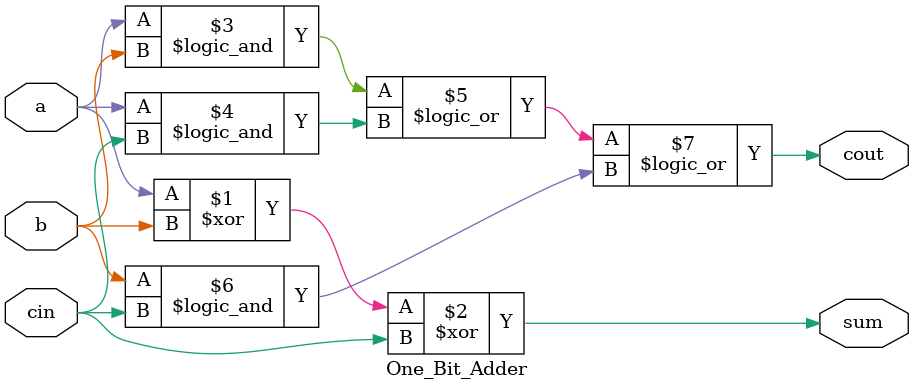
<source format=v>
module One_Bit_Adder(a,b,cin,sum,cout);
input a,b,cin;
output sum,cout;

assign sum = a ^ b ^ cin ;
assign cout = (a && b) || (a && cin) || (b && cin);

endmodule
</source>
